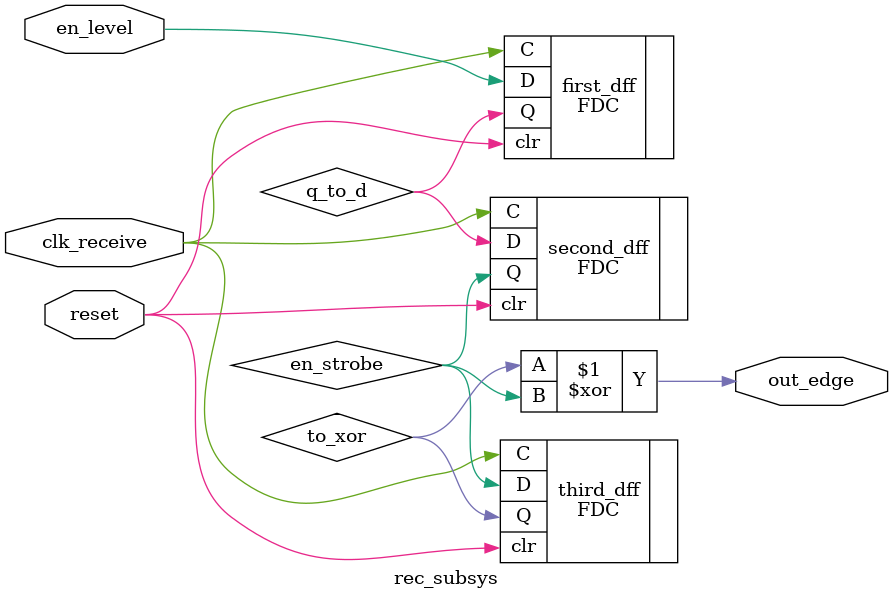
<source format=sv>
module rec_subsys(

input logic en_level,
input logic clk_receive,
input logic reset,
output logic out_edge


);


logic en_strobe, q_to_d, to_xor;

FDC first_dff( .D(en_level), .Q(q_to_d), .C(clk_receive), .clr(reset));
FDC second_dff (.D(q_to_d), .Q(en_strobe), .C(clk_receive), .clr(reset));

FDC third_dff (.D(en_strobe), .Q(to_xor), .C(clk_receive), .clr(reset));

assign out_edge = to_xor ^ en_strobe;


endmodule
</source>
